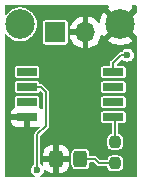
<source format=gbr>
%TF.GenerationSoftware,KiCad,Pcbnew,8.0.1*%
%TF.CreationDate,2025-01-22T18:04:17-07:00*%
%TF.ProjectId,AlcoholSensor,416c636f-686f-46c5-9365-6e736f722e6b,rev?*%
%TF.SameCoordinates,Original*%
%TF.FileFunction,Copper,L1,Top*%
%TF.FilePolarity,Positive*%
%FSLAX46Y46*%
G04 Gerber Fmt 4.6, Leading zero omitted, Abs format (unit mm)*
G04 Created by KiCad (PCBNEW 8.0.1) date 2025-01-22 18:04:17*
%MOMM*%
%LPD*%
G01*
G04 APERTURE LIST*
G04 Aperture macros list*
%AMRoundRect*
0 Rectangle with rounded corners*
0 $1 Rounding radius*
0 $2 $3 $4 $5 $6 $7 $8 $9 X,Y pos of 4 corners*
0 Add a 4 corners polygon primitive as box body*
4,1,4,$2,$3,$4,$5,$6,$7,$8,$9,$2,$3,0*
0 Add four circle primitives for the rounded corners*
1,1,$1+$1,$2,$3*
1,1,$1+$1,$4,$5*
1,1,$1+$1,$6,$7*
1,1,$1+$1,$8,$9*
0 Add four rect primitives between the rounded corners*
20,1,$1+$1,$2,$3,$4,$5,0*
20,1,$1+$1,$4,$5,$6,$7,0*
20,1,$1+$1,$6,$7,$8,$9,0*
20,1,$1+$1,$8,$9,$2,$3,0*%
G04 Aperture macros list end*
%TA.AperFunction,ComponentPad*%
%ADD10C,2.500000*%
%TD*%
%TA.AperFunction,SMDPad,CuDef*%
%ADD11RoundRect,0.237500X0.237500X-0.250000X0.237500X0.250000X-0.237500X0.250000X-0.237500X-0.250000X0*%
%TD*%
%TA.AperFunction,SMDPad,CuDef*%
%ADD12R,1.700000X0.650000*%
%TD*%
%TA.AperFunction,SMDPad,CuDef*%
%ADD13RoundRect,0.250000X-0.325000X-0.450000X0.325000X-0.450000X0.325000X0.450000X-0.325000X0.450000X0*%
%TD*%
%TA.AperFunction,ComponentPad*%
%ADD14R,1.700000X1.700000*%
%TD*%
%TA.AperFunction,ComponentPad*%
%ADD15O,1.700000X1.700000*%
%TD*%
%TA.AperFunction,ViaPad*%
%ADD16C,0.600000*%
%TD*%
%TA.AperFunction,Conductor*%
%ADD17C,0.152400*%
%TD*%
%TA.AperFunction,Conductor*%
%ADD18C,0.200000*%
%TD*%
G04 APERTURE END LIST*
D10*
%TO.P,H2,1,1*%
%TO.N,GND*%
X185000000Y-76000000D03*
%TD*%
%TO.P,H1,1,1*%
%TO.N,VCC*%
X176500000Y-76000000D03*
%TD*%
D11*
%TO.P,R2,1*%
%TO.N,Net-(D1-A)*%
X184550000Y-87775000D03*
%TO.P,R2,2*%
%TO.N,Net-(U2-AREF{slash}PB0)*%
X184550000Y-85950000D03*
%TD*%
D12*
%TO.P,U2,1,~{RESET}/PB5*%
%TO.N,unconnected-(U2-~{RESET}{slash}PB5-Pad1)*%
X177110000Y-80040000D03*
%TO.P,U2,2,XTAL1/PB3*%
%TO.N,Alcohol_OUT*%
X177110000Y-81310000D03*
%TO.P,U2,3,XTAL2/PB4*%
%TO.N,unconnected-(U2-XTAL2{slash}PB4-Pad3)*%
X177110000Y-82580000D03*
%TO.P,U2,4,GND*%
%TO.N,GND*%
X177110000Y-83850000D03*
%TO.P,U2,5,AREF/PB0*%
%TO.N,Net-(U2-AREF{slash}PB0)*%
X184410000Y-83850000D03*
%TO.P,U2,6,PB1*%
%TO.N,unconnected-(U2-PB1-Pad6)*%
X184410000Y-82580000D03*
%TO.P,U2,7,PB2*%
%TO.N,unconnected-(U2-PB2-Pad7)*%
X184410000Y-81310000D03*
%TO.P,U2,8,VCC*%
%TO.N,VDD_1.8V*%
X184410000Y-80040000D03*
%TD*%
D13*
%TO.P,D1,1,K*%
%TO.N,GND*%
X179560000Y-87410000D03*
%TO.P,D1,2,A*%
%TO.N,Net-(D1-A)*%
X181610000Y-87410000D03*
%TD*%
D14*
%TO.P,J1,1,Pin_1*%
%TO.N,VCC*%
X179500000Y-76690000D03*
D15*
%TO.P,J1,2,Pin_2*%
%TO.N,GND*%
X182040000Y-76690000D03*
%TD*%
D16*
%TO.N,GND*%
X180560000Y-79100000D03*
X182750000Y-83560000D03*
X179386054Y-83325447D03*
X183100000Y-85610000D03*
%TO.N,Alcohol_OUT*%
X177960000Y-88330000D03*
%TO.N,VDD_1.8V*%
X185580000Y-78620000D03*
%TD*%
D17*
%TO.N,Net-(D1-A)*%
X183195000Y-87775000D02*
X182820000Y-87400000D01*
X184550000Y-87775000D02*
X183195000Y-87775000D01*
X182820000Y-87400000D02*
X182810000Y-87410000D01*
X182810000Y-87410000D02*
X181610000Y-87410000D01*
%TO.N,Net-(U2-AREF{slash}PB0)*%
X184550000Y-85950000D02*
X184550000Y-83990000D01*
X184550000Y-83990000D02*
X184410000Y-83850000D01*
%TO.N,Alcohol_OUT*%
X178240000Y-81310000D02*
X177110000Y-81310000D01*
X177960000Y-85335000D02*
X178660000Y-84635000D01*
X178660000Y-84635000D02*
X178660000Y-81730000D01*
X178660000Y-81730000D02*
X178240000Y-81310000D01*
X177960000Y-88330000D02*
X177960000Y-85335000D01*
D18*
%TO.N,VDD_1.8V*%
X184410000Y-79250000D02*
X184410000Y-80040000D01*
X185040000Y-78620000D02*
X184410000Y-79250000D01*
X185580000Y-78620000D02*
X185040000Y-78620000D01*
%TD*%
%TA.AperFunction,Conductor*%
%TO.N,GND*%
G36*
X184029875Y-74437174D02*
G01*
X184051549Y-74489500D01*
X184029875Y-74541826D01*
X184019234Y-74550642D01*
X183950831Y-74597277D01*
X183950831Y-74597278D01*
X184490979Y-75137426D01*
X184362537Y-75223249D01*
X184223249Y-75362537D01*
X184137426Y-75490979D01*
X183597873Y-74951427D01*
X183597872Y-74951427D01*
X183550033Y-75011418D01*
X183550028Y-75011425D01*
X183418882Y-75238575D01*
X183323058Y-75482734D01*
X183264694Y-75738445D01*
X183256700Y-75845105D01*
X183231176Y-75895664D01*
X183177376Y-75913367D01*
X183126817Y-75887843D01*
X183122289Y-75882018D01*
X183078108Y-75818920D01*
X182911075Y-75651888D01*
X182911076Y-75651888D01*
X182717579Y-75516401D01*
X182503494Y-75416571D01*
X182503483Y-75416566D01*
X182290000Y-75359363D01*
X182290000Y-76256988D01*
X182232993Y-76224075D01*
X182105826Y-76190000D01*
X181974174Y-76190000D01*
X181847007Y-76224075D01*
X181790000Y-76256988D01*
X181790000Y-75359363D01*
X181789999Y-75359363D01*
X181576512Y-75416567D01*
X181362421Y-75516401D01*
X181168921Y-75651890D01*
X181001890Y-75818921D01*
X180866401Y-76012421D01*
X180766567Y-76226512D01*
X180709363Y-76439999D01*
X180709364Y-76440000D01*
X181606988Y-76440000D01*
X181574075Y-76497007D01*
X181540000Y-76624174D01*
X181540000Y-76755826D01*
X181574075Y-76882993D01*
X181606988Y-76940000D01*
X180709363Y-76940000D01*
X180766566Y-77153483D01*
X180766571Y-77153494D01*
X180866401Y-77367579D01*
X181001888Y-77561075D01*
X181168924Y-77728111D01*
X181362420Y-77863598D01*
X181576505Y-77963428D01*
X181576508Y-77963430D01*
X181790000Y-78020634D01*
X181790000Y-77123012D01*
X181847007Y-77155925D01*
X181974174Y-77190000D01*
X182105826Y-77190000D01*
X182232993Y-77155925D01*
X182290000Y-77123012D01*
X182290000Y-78020634D01*
X182503491Y-77963430D01*
X182503494Y-77963428D01*
X182717579Y-77863598D01*
X182911075Y-77728111D01*
X183078111Y-77561075D01*
X183213598Y-77367579D01*
X183313428Y-77153494D01*
X183313433Y-77153483D01*
X183372373Y-76933517D01*
X183406851Y-76888584D01*
X183463004Y-76881192D01*
X183507937Y-76915670D01*
X183550028Y-76988574D01*
X183597873Y-77048570D01*
X184137425Y-76509018D01*
X184223249Y-76637463D01*
X184362537Y-76776751D01*
X184490978Y-76862573D01*
X183950831Y-77402720D01*
X184122541Y-77519790D01*
X184358860Y-77633596D01*
X184358868Y-77633599D01*
X184609488Y-77710906D01*
X184868861Y-77750000D01*
X185131139Y-77750000D01*
X185390511Y-77710906D01*
X185641131Y-77633599D01*
X185641139Y-77633596D01*
X185877454Y-77519793D01*
X186049167Y-77402720D01*
X185509020Y-76862573D01*
X185637463Y-76776751D01*
X185776751Y-76637463D01*
X185862573Y-76509020D01*
X186367826Y-77014273D01*
X186389500Y-77066599D01*
X186389500Y-88900500D01*
X186367826Y-88952826D01*
X186315500Y-88974500D01*
X178214587Y-88974500D01*
X178162261Y-88952826D01*
X178140587Y-88900500D01*
X178162261Y-88848174D01*
X178186269Y-88832133D01*
X178237625Y-88810861D01*
X178352621Y-88722621D01*
X178440861Y-88607625D01*
X178496330Y-88473709D01*
X178510778Y-88363960D01*
X178539096Y-88314912D01*
X178593803Y-88300253D01*
X178639011Y-88325919D01*
X178639635Y-88325296D01*
X178641895Y-88327556D01*
X178642194Y-88327726D01*
X178642681Y-88328342D01*
X178766653Y-88452314D01*
X178766656Y-88452316D01*
X178915878Y-88544357D01*
X179082302Y-88599505D01*
X179185025Y-88609999D01*
X179310000Y-88609999D01*
X179310000Y-87660000D01*
X179810000Y-87660000D01*
X179810000Y-88609999D01*
X179934971Y-88609999D01*
X179934976Y-88609998D01*
X180037696Y-88599505D01*
X180204121Y-88544357D01*
X180353343Y-88452316D01*
X180353347Y-88452314D01*
X180477314Y-88328347D01*
X180477316Y-88328343D01*
X180569357Y-88179121D01*
X180624505Y-88012697D01*
X180634835Y-87911582D01*
X180856700Y-87911582D01*
X180856701Y-87911595D01*
X180859412Y-87940522D01*
X180859413Y-87940528D01*
X180900423Y-88057725D01*
X180902056Y-88062392D01*
X180951510Y-88129399D01*
X180970471Y-88155092D01*
X180978725Y-88166275D01*
X181082608Y-88242944D01*
X181135954Y-88261610D01*
X181204468Y-88285585D01*
X181204470Y-88285585D01*
X181204475Y-88285587D01*
X181233407Y-88288300D01*
X181986592Y-88288299D01*
X182015525Y-88285587D01*
X182137392Y-88242944D01*
X182241275Y-88166275D01*
X182317944Y-88062392D01*
X182360587Y-87940525D01*
X182363300Y-87911593D01*
X182363300Y-87738500D01*
X182384974Y-87686174D01*
X182437300Y-87664500D01*
X182693930Y-87664500D01*
X182746256Y-87686174D01*
X182975024Y-87914941D01*
X182975027Y-87914945D01*
X182979245Y-87919163D01*
X183050837Y-87990755D01*
X183144377Y-88029500D01*
X183829028Y-88029500D01*
X183881354Y-88051174D01*
X183902117Y-88091925D01*
X183912120Y-88155091D01*
X183912121Y-88155092D01*
X183971918Y-88272448D01*
X184065053Y-88365583D01*
X184123730Y-88395480D01*
X184182408Y-88425378D01*
X184182408Y-88425379D01*
X184197829Y-88427821D01*
X184279775Y-88440800D01*
X184820224Y-88440799D01*
X184820225Y-88440799D01*
X184917591Y-88425379D01*
X185034948Y-88365582D01*
X185128082Y-88272448D01*
X185187879Y-88155091D01*
X185203300Y-88057725D01*
X185203299Y-87492276D01*
X185187879Y-87394909D01*
X185187879Y-87394908D01*
X185187878Y-87394907D01*
X185185641Y-87390516D01*
X185128082Y-87277552D01*
X185034948Y-87184418D01*
X185034946Y-87184416D01*
X184917591Y-87124621D01*
X184917591Y-87124620D01*
X184820225Y-87109200D01*
X184279774Y-87109200D01*
X184182408Y-87124620D01*
X184182407Y-87124621D01*
X184065051Y-87184418D01*
X183971916Y-87277553D01*
X183912121Y-87394908D01*
X183912120Y-87394909D01*
X183902116Y-87458076D01*
X183872523Y-87506367D01*
X183829027Y-87520500D01*
X183331069Y-87520500D01*
X183278743Y-87498826D01*
X182964163Y-87184245D01*
X182964160Y-87184243D01*
X182870623Y-87145500D01*
X182769377Y-87145500D01*
X182758833Y-87149867D01*
X182730516Y-87155500D01*
X182437299Y-87155500D01*
X182384973Y-87133826D01*
X182363299Y-87081500D01*
X182363299Y-86908417D01*
X182363299Y-86908412D01*
X182363299Y-86908408D01*
X182360587Y-86879475D01*
X182317944Y-86757608D01*
X182241275Y-86653725D01*
X182137392Y-86577056D01*
X182137390Y-86577055D01*
X182015531Y-86534414D01*
X182015526Y-86534413D01*
X182011908Y-86534073D01*
X181986593Y-86531700D01*
X181986586Y-86531700D01*
X181233417Y-86531700D01*
X181233404Y-86531701D01*
X181204477Y-86534412D01*
X181204471Y-86534413D01*
X181082609Y-86577055D01*
X180978725Y-86653724D01*
X180978724Y-86653725D01*
X180902055Y-86757609D01*
X180859414Y-86879468D01*
X180859413Y-86879473D01*
X180859413Y-86879475D01*
X180856701Y-86908404D01*
X180856700Y-86908412D01*
X180856700Y-87911582D01*
X180634835Y-87911582D01*
X180634999Y-87909975D01*
X180635000Y-87909973D01*
X180635000Y-87660000D01*
X179810000Y-87660000D01*
X179310000Y-87660000D01*
X178485001Y-87660000D01*
X178485001Y-87891903D01*
X178463327Y-87944229D01*
X178411001Y-87965903D01*
X178358675Y-87944229D01*
X178353005Y-87937764D01*
X178352624Y-87937383D01*
X178352621Y-87937379D01*
X178278387Y-87880417D01*
X178243451Y-87853609D01*
X178215133Y-87804559D01*
X178214500Y-87794901D01*
X178214500Y-87160000D01*
X178485000Y-87160000D01*
X179310000Y-87160000D01*
X179310000Y-86210000D01*
X179810000Y-86210000D01*
X179810000Y-87160000D01*
X180634999Y-87160000D01*
X180634999Y-86910029D01*
X180634998Y-86910023D01*
X180624505Y-86807303D01*
X180569357Y-86640878D01*
X180477316Y-86491656D01*
X180477314Y-86491653D01*
X180353347Y-86367686D01*
X180353343Y-86367683D01*
X180204121Y-86275642D01*
X180037697Y-86220494D01*
X179934975Y-86210000D01*
X179810000Y-86210000D01*
X179310000Y-86210000D01*
X179185029Y-86210000D01*
X179185023Y-86210001D01*
X179082303Y-86220494D01*
X178915878Y-86275642D01*
X178766656Y-86367683D01*
X178642683Y-86491656D01*
X178550642Y-86640878D01*
X178495494Y-86807302D01*
X178485000Y-86910024D01*
X178485000Y-87160000D01*
X178214500Y-87160000D01*
X178214500Y-85471068D01*
X178236173Y-85418743D01*
X178793754Y-84861161D01*
X178793757Y-84861160D01*
X178804162Y-84850755D01*
X178804163Y-84850755D01*
X178875755Y-84779163D01*
X178914500Y-84685623D01*
X178914500Y-84192556D01*
X183381700Y-84192556D01*
X183381701Y-84192560D01*
X183392045Y-84244569D01*
X183431453Y-84303547D01*
X183490431Y-84342955D01*
X183542439Y-84353300D01*
X184221500Y-84353299D01*
X184273826Y-84374973D01*
X184295500Y-84427299D01*
X184295500Y-85218507D01*
X184273826Y-85270833D01*
X184233076Y-85291596D01*
X184182408Y-85299621D01*
X184182407Y-85299621D01*
X184065051Y-85359418D01*
X183971916Y-85452553D01*
X183912121Y-85569908D01*
X183912120Y-85569908D01*
X183896700Y-85667274D01*
X183896700Y-86232725D01*
X183912120Y-86330091D01*
X183912121Y-86330092D01*
X183971918Y-86447448D01*
X184065053Y-86540583D01*
X184123730Y-86570480D01*
X184182408Y-86600378D01*
X184182408Y-86600379D01*
X184197829Y-86602821D01*
X184279775Y-86615800D01*
X184820224Y-86615799D01*
X184820225Y-86615799D01*
X184917591Y-86600379D01*
X185034948Y-86540582D01*
X185128082Y-86447448D01*
X185187879Y-86330091D01*
X185203300Y-86232725D01*
X185203299Y-85667276D01*
X185187879Y-85569909D01*
X185187879Y-85569908D01*
X185187878Y-85569907D01*
X185137516Y-85471068D01*
X185128082Y-85452552D01*
X185034948Y-85359418D01*
X185034946Y-85359416D01*
X184917591Y-85299621D01*
X184917590Y-85299620D01*
X184866924Y-85291596D01*
X184818633Y-85262003D01*
X184804500Y-85218507D01*
X184804500Y-84427299D01*
X184826174Y-84374973D01*
X184878500Y-84353299D01*
X185277565Y-84353299D01*
X185329566Y-84342956D01*
X185329566Y-84342955D01*
X185329569Y-84342955D01*
X185388547Y-84303547D01*
X185427955Y-84244569D01*
X185438300Y-84192561D01*
X185438299Y-83507440D01*
X185427955Y-83455431D01*
X185388547Y-83396453D01*
X185329569Y-83357045D01*
X185329568Y-83357044D01*
X185287905Y-83348757D01*
X185277561Y-83346700D01*
X185277560Y-83346700D01*
X183542435Y-83346700D01*
X183490433Y-83357043D01*
X183431453Y-83396452D01*
X183431452Y-83396453D01*
X183392044Y-83455431D01*
X183381700Y-83507439D01*
X183381700Y-84192556D01*
X178914500Y-84192556D01*
X178914500Y-82922556D01*
X183381700Y-82922556D01*
X183381701Y-82922560D01*
X183392045Y-82974569D01*
X183431453Y-83033547D01*
X183490431Y-83072955D01*
X183542439Y-83083300D01*
X185277560Y-83083299D01*
X185277564Y-83083299D01*
X185329566Y-83072956D01*
X185329566Y-83072955D01*
X185329569Y-83072955D01*
X185388547Y-83033547D01*
X185427955Y-82974569D01*
X185438300Y-82922561D01*
X185438299Y-82237440D01*
X185427955Y-82185431D01*
X185388547Y-82126453D01*
X185329569Y-82087045D01*
X185329568Y-82087044D01*
X185287905Y-82078757D01*
X185277561Y-82076700D01*
X185277560Y-82076700D01*
X183542435Y-82076700D01*
X183490433Y-82087043D01*
X183431453Y-82126452D01*
X183431452Y-82126453D01*
X183392044Y-82185431D01*
X183381700Y-82237439D01*
X183381700Y-82922556D01*
X178914500Y-82922556D01*
X178914500Y-81789243D01*
X178914501Y-81789234D01*
X178914501Y-81679377D01*
X178903391Y-81652556D01*
X183381700Y-81652556D01*
X183381701Y-81652560D01*
X183392045Y-81704569D01*
X183431453Y-81763547D01*
X183490431Y-81802955D01*
X183542439Y-81813300D01*
X185277560Y-81813299D01*
X185277564Y-81813299D01*
X185329566Y-81802956D01*
X185329566Y-81802955D01*
X185329569Y-81802955D01*
X185388547Y-81763547D01*
X185427955Y-81704569D01*
X185438300Y-81652561D01*
X185438299Y-80967440D01*
X185427955Y-80915431D01*
X185388547Y-80856453D01*
X185329569Y-80817045D01*
X185329568Y-80817044D01*
X185287905Y-80808757D01*
X185277561Y-80806700D01*
X185277560Y-80806700D01*
X183542435Y-80806700D01*
X183490433Y-80817043D01*
X183431453Y-80856452D01*
X183431452Y-80856453D01*
X183392044Y-80915431D01*
X183381700Y-80967439D01*
X183381700Y-81652556D01*
X178903391Y-81652556D01*
X178875755Y-81585838D01*
X178875755Y-81585837D01*
X178384163Y-81094245D01*
X178384160Y-81094243D01*
X178290623Y-81055500D01*
X178212299Y-81055500D01*
X178159973Y-81033826D01*
X178138299Y-80981500D01*
X178138299Y-80967435D01*
X178127956Y-80915433D01*
X178088547Y-80856453D01*
X178088546Y-80856452D01*
X178029568Y-80817044D01*
X177987905Y-80808757D01*
X177977561Y-80806700D01*
X177977560Y-80806700D01*
X176242435Y-80806700D01*
X176190433Y-80817043D01*
X176131453Y-80856452D01*
X176131452Y-80856453D01*
X176092044Y-80915431D01*
X176081700Y-80967439D01*
X176081700Y-81652556D01*
X176081701Y-81652560D01*
X176092045Y-81704569D01*
X176131453Y-81763547D01*
X176190431Y-81802955D01*
X176242439Y-81813300D01*
X177977560Y-81813299D01*
X177977564Y-81813299D01*
X178029566Y-81802956D01*
X178029566Y-81802955D01*
X178029569Y-81802955D01*
X178088547Y-81763547D01*
X178127955Y-81704569D01*
X178127955Y-81704564D01*
X178128537Y-81703163D01*
X178129614Y-81702085D01*
X178132004Y-81698509D01*
X178132715Y-81698984D01*
X178168582Y-81663111D01*
X178225219Y-81663107D01*
X178249232Y-81679150D01*
X178383826Y-81813744D01*
X178405500Y-81866070D01*
X178405500Y-83086086D01*
X178383826Y-83138412D01*
X178331500Y-83160086D01*
X178287153Y-83145326D01*
X178202088Y-83081646D01*
X178202089Y-83081646D01*
X178171311Y-83070167D01*
X178129859Y-83031573D01*
X178128089Y-82982027D01*
X178126533Y-82981718D01*
X178127843Y-82975129D01*
X178127838Y-82974972D01*
X178127912Y-82974782D01*
X178127954Y-82974570D01*
X178127955Y-82974569D01*
X178138300Y-82922561D01*
X178138299Y-82237440D01*
X178127955Y-82185431D01*
X178088547Y-82126453D01*
X178029569Y-82087045D01*
X178029568Y-82087044D01*
X177987905Y-82078757D01*
X177977561Y-82076700D01*
X177977560Y-82076700D01*
X176242435Y-82076700D01*
X176190433Y-82087043D01*
X176131453Y-82126452D01*
X176131452Y-82126453D01*
X176092044Y-82185431D01*
X176081700Y-82237439D01*
X176081700Y-82922556D01*
X176093467Y-82981719D01*
X176091194Y-82982170D01*
X176091190Y-83029158D01*
X176051138Y-83069203D01*
X176048688Y-83070167D01*
X176017910Y-83081647D01*
X175902811Y-83167811D01*
X175816646Y-83282911D01*
X175816645Y-83282912D01*
X175766403Y-83417619D01*
X175766402Y-83417624D01*
X175760000Y-83477171D01*
X175760000Y-83600000D01*
X177286000Y-83600000D01*
X177338326Y-83621674D01*
X177360000Y-83674000D01*
X177360000Y-84675000D01*
X178007829Y-84675000D01*
X178067375Y-84668597D01*
X178071882Y-84667533D01*
X178072290Y-84669261D01*
X178122777Y-84671049D01*
X178161383Y-84712489D01*
X178159379Y-84769091D01*
X178144383Y-84790697D01*
X177805429Y-85129652D01*
X177744246Y-85190835D01*
X177744243Y-85190839D01*
X177705500Y-85284375D01*
X177705500Y-87794901D01*
X177683826Y-87847227D01*
X177676549Y-87853609D01*
X177567379Y-87937379D01*
X177479138Y-88052376D01*
X177423669Y-88186291D01*
X177404750Y-88330000D01*
X177423669Y-88473708D01*
X177479138Y-88607623D01*
X177479139Y-88607625D01*
X177567379Y-88722621D01*
X177682375Y-88810861D01*
X177733731Y-88832133D01*
X177773780Y-88872181D01*
X177773780Y-88928818D01*
X177733732Y-88968867D01*
X177705413Y-88974500D01*
X175264500Y-88974500D01*
X175212174Y-88952826D01*
X175190500Y-88900500D01*
X175190500Y-84100000D01*
X175760000Y-84100000D01*
X175760000Y-84222828D01*
X175766402Y-84282375D01*
X175766403Y-84282380D01*
X175816645Y-84417087D01*
X175816646Y-84417088D01*
X175902811Y-84532188D01*
X176017911Y-84618353D01*
X176017912Y-84618354D01*
X176152619Y-84668596D01*
X176152624Y-84668597D01*
X176212171Y-84675000D01*
X176860000Y-84675000D01*
X176860000Y-84100000D01*
X175760000Y-84100000D01*
X175190500Y-84100000D01*
X175190500Y-80382556D01*
X176081700Y-80382556D01*
X176081701Y-80382560D01*
X176092045Y-80434569D01*
X176131453Y-80493547D01*
X176190431Y-80532955D01*
X176242439Y-80543300D01*
X177977560Y-80543299D01*
X177977564Y-80543299D01*
X178029566Y-80532956D01*
X178029566Y-80532955D01*
X178029569Y-80532955D01*
X178088547Y-80493547D01*
X178127955Y-80434569D01*
X178138300Y-80382561D01*
X178138300Y-80382556D01*
X183381700Y-80382556D01*
X183381701Y-80382560D01*
X183392045Y-80434569D01*
X183431453Y-80493547D01*
X183490431Y-80532955D01*
X183542439Y-80543300D01*
X185277560Y-80543299D01*
X185277564Y-80543299D01*
X185329566Y-80532956D01*
X185329566Y-80532955D01*
X185329569Y-80532955D01*
X185388547Y-80493547D01*
X185427955Y-80434569D01*
X185438300Y-80382561D01*
X185438299Y-79697440D01*
X185427955Y-79645431D01*
X185388547Y-79586453D01*
X185329569Y-79547045D01*
X185329568Y-79547044D01*
X185287905Y-79538757D01*
X185277561Y-79536700D01*
X185277560Y-79536700D01*
X184762300Y-79536700D01*
X184709974Y-79515026D01*
X184688300Y-79462700D01*
X184688300Y-79395927D01*
X184709973Y-79343602D01*
X185064140Y-78989434D01*
X185116465Y-78967761D01*
X185168791Y-78989435D01*
X185175160Y-78996697D01*
X185187379Y-79012621D01*
X185302375Y-79100861D01*
X185436291Y-79156330D01*
X185580000Y-79175250D01*
X185723709Y-79156330D01*
X185857625Y-79100861D01*
X185972621Y-79012621D01*
X186060861Y-78897625D01*
X186116330Y-78763709D01*
X186135250Y-78620000D01*
X186116330Y-78476291D01*
X186060861Y-78342375D01*
X185972621Y-78227379D01*
X185857625Y-78139139D01*
X185857623Y-78139138D01*
X185723708Y-78083669D01*
X185580000Y-78064750D01*
X185436291Y-78083669D01*
X185302376Y-78139138D01*
X185302375Y-78139139D01*
X185187379Y-78227379D01*
X185121871Y-78312750D01*
X185072824Y-78341067D01*
X185063165Y-78341700D01*
X185003356Y-78341700D01*
X184984396Y-78346779D01*
X184984397Y-78346780D01*
X184932584Y-78360663D01*
X184932579Y-78360665D01*
X184869119Y-78397304D01*
X184187304Y-79079119D01*
X184175690Y-79099236D01*
X184164076Y-79119352D01*
X184164075Y-79119352D01*
X184150668Y-79142575D01*
X184150664Y-79142584D01*
X184131700Y-79213358D01*
X184131700Y-79462700D01*
X184110026Y-79515026D01*
X184057700Y-79536700D01*
X183542443Y-79536700D01*
X183490431Y-79547045D01*
X183431453Y-79586452D01*
X183431452Y-79586453D01*
X183392044Y-79645431D01*
X183381700Y-79697439D01*
X183381700Y-80382556D01*
X178138300Y-80382556D01*
X178138299Y-79697440D01*
X178127955Y-79645431D01*
X178088547Y-79586453D01*
X178029569Y-79547045D01*
X178029568Y-79547044D01*
X177987905Y-79538757D01*
X177977561Y-79536700D01*
X177977560Y-79536700D01*
X176242435Y-79536700D01*
X176190433Y-79547043D01*
X176131453Y-79586452D01*
X176131452Y-79586453D01*
X176092044Y-79645431D01*
X176081700Y-79697439D01*
X176081700Y-80382556D01*
X175190500Y-80382556D01*
X175190500Y-77557564D01*
X178471700Y-77557564D01*
X178482043Y-77609566D01*
X178482044Y-77609568D01*
X178482045Y-77609569D01*
X178521453Y-77668547D01*
X178580431Y-77707955D01*
X178632439Y-77718300D01*
X180367560Y-77718299D01*
X180367564Y-77718299D01*
X180419566Y-77707956D01*
X180419566Y-77707955D01*
X180419569Y-77707955D01*
X180478547Y-77668547D01*
X180517955Y-77609569D01*
X180528300Y-77557561D01*
X180528299Y-75822440D01*
X180528299Y-75822439D01*
X180528299Y-75822435D01*
X180517956Y-75770433D01*
X180513730Y-75764109D01*
X180478547Y-75711453D01*
X180419569Y-75672045D01*
X180419568Y-75672044D01*
X180377905Y-75663757D01*
X180367561Y-75661700D01*
X180367560Y-75661700D01*
X178632435Y-75661700D01*
X178580433Y-75672043D01*
X178521453Y-75711452D01*
X178521452Y-75711453D01*
X178482044Y-75770431D01*
X178471700Y-75822439D01*
X178471700Y-77557564D01*
X175190500Y-77557564D01*
X175190500Y-76855620D01*
X175212174Y-76803294D01*
X175264500Y-76781620D01*
X175316826Y-76803294D01*
X175326443Y-76815136D01*
X175369008Y-76880287D01*
X175369011Y-76880291D01*
X175443835Y-76961571D01*
X175529323Y-77054436D01*
X175716117Y-77199823D01*
X175924292Y-77312482D01*
X176148171Y-77389340D01*
X176381648Y-77428300D01*
X176618352Y-77428300D01*
X176851829Y-77389340D01*
X177075708Y-77312482D01*
X177283883Y-77199823D01*
X177470677Y-77054436D01*
X177630992Y-76880287D01*
X177760457Y-76682125D01*
X177855541Y-76465358D01*
X177913648Y-76235896D01*
X177913648Y-76235892D01*
X177913649Y-76235890D01*
X177913649Y-76235889D01*
X177933195Y-76000003D01*
X177933195Y-75999996D01*
X177913649Y-75764110D01*
X177913649Y-75764109D01*
X177900315Y-75711453D01*
X177855541Y-75534642D01*
X177855538Y-75534635D01*
X177760460Y-75317880D01*
X177760455Y-75317872D01*
X177630991Y-75119712D01*
X177520789Y-75000000D01*
X177470677Y-74945564D01*
X177470676Y-74945563D01*
X177470675Y-74945562D01*
X177377280Y-74872870D01*
X177283883Y-74800177D01*
X177205111Y-74757547D01*
X177075709Y-74687518D01*
X176968439Y-74650692D01*
X176851829Y-74610660D01*
X176851826Y-74610659D01*
X176851825Y-74610659D01*
X176618354Y-74571700D01*
X176618352Y-74571700D01*
X176381648Y-74571700D01*
X176381645Y-74571700D01*
X176148174Y-74610659D01*
X175924290Y-74687518D01*
X175716124Y-74800173D01*
X175716114Y-74800179D01*
X175529324Y-74945562D01*
X175369008Y-75119712D01*
X175326450Y-75184853D01*
X175279686Y-75216804D01*
X175224026Y-75206329D01*
X175192075Y-75159565D01*
X175190500Y-75144379D01*
X175190500Y-74489500D01*
X175212174Y-74437174D01*
X175264500Y-74415500D01*
X183977549Y-74415500D01*
X184029875Y-74437174D01*
G37*
%TD.AperFunction*%
%TA.AperFunction,Conductor*%
G36*
X186367826Y-74437174D02*
G01*
X186389500Y-74489500D01*
X186389500Y-74933401D01*
X186367826Y-74985727D01*
X185862573Y-75490979D01*
X185776751Y-75362537D01*
X185637463Y-75223249D01*
X185509019Y-75137425D01*
X186049168Y-74597278D01*
X186049167Y-74597277D01*
X185980765Y-74550642D01*
X185949740Y-74503258D01*
X185961308Y-74447815D01*
X186008692Y-74416790D01*
X186022450Y-74415500D01*
X186315500Y-74415500D01*
X186367826Y-74437174D01*
G37*
%TD.AperFunction*%
%TD*%
M02*

</source>
